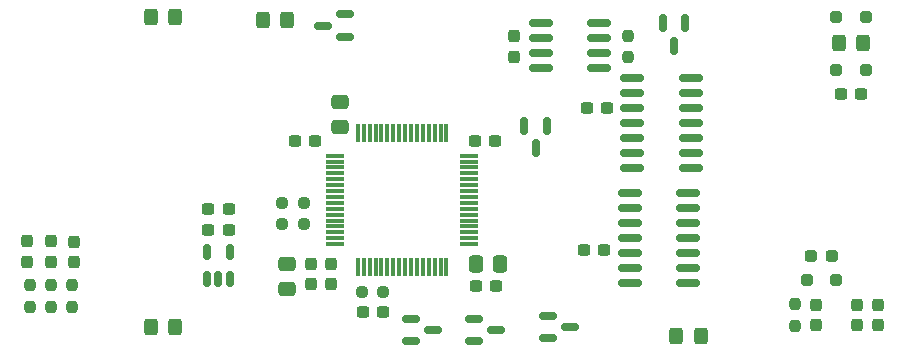
<source format=gbr>
%TF.GenerationSoftware,KiCad,Pcbnew,7.0.1*%
%TF.CreationDate,2024-05-04T11:14:45+02:00*%
%TF.ProjectId,VMU,564d552e-6b69-4636-9164-5f7063625858,rev?*%
%TF.SameCoordinates,Original*%
%TF.FileFunction,Paste,Top*%
%TF.FilePolarity,Positive*%
%FSLAX46Y46*%
G04 Gerber Fmt 4.6, Leading zero omitted, Abs format (unit mm)*
G04 Created by KiCad (PCBNEW 7.0.1) date 2024-05-04 11:14:45*
%MOMM*%
%LPD*%
G01*
G04 APERTURE LIST*
G04 Aperture macros list*
%AMRoundRect*
0 Rectangle with rounded corners*
0 $1 Rounding radius*
0 $2 $3 $4 $5 $6 $7 $8 $9 X,Y pos of 4 corners*
0 Add a 4 corners polygon primitive as box body*
4,1,4,$2,$3,$4,$5,$6,$7,$8,$9,$2,$3,0*
0 Add four circle primitives for the rounded corners*
1,1,$1+$1,$2,$3*
1,1,$1+$1,$4,$5*
1,1,$1+$1,$6,$7*
1,1,$1+$1,$8,$9*
0 Add four rect primitives between the rounded corners*
20,1,$1+$1,$2,$3,$4,$5,0*
20,1,$1+$1,$4,$5,$6,$7,0*
20,1,$1+$1,$6,$7,$8,$9,0*
20,1,$1+$1,$8,$9,$2,$3,0*%
G04 Aperture macros list end*
%ADD10RoundRect,0.237500X0.237500X-0.287500X0.237500X0.287500X-0.237500X0.287500X-0.237500X-0.287500X0*%
%ADD11RoundRect,0.250000X0.250000X0.250000X-0.250000X0.250000X-0.250000X-0.250000X0.250000X-0.250000X0*%
%ADD12RoundRect,0.237500X-0.237500X0.300000X-0.237500X-0.300000X0.237500X-0.300000X0.237500X0.300000X0*%
%ADD13RoundRect,0.237500X-0.250000X-0.237500X0.250000X-0.237500X0.250000X0.237500X-0.250000X0.237500X0*%
%ADD14RoundRect,0.150000X0.150000X-0.512500X0.150000X0.512500X-0.150000X0.512500X-0.150000X-0.512500X0*%
%ADD15RoundRect,0.237500X-0.300000X-0.237500X0.300000X-0.237500X0.300000X0.237500X-0.300000X0.237500X0*%
%ADD16RoundRect,0.250000X0.325000X0.450000X-0.325000X0.450000X-0.325000X-0.450000X0.325000X-0.450000X0*%
%ADD17RoundRect,0.250000X-0.250000X-0.250000X0.250000X-0.250000X0.250000X0.250000X-0.250000X0.250000X0*%
%ADD18RoundRect,0.250000X0.475000X-0.337500X0.475000X0.337500X-0.475000X0.337500X-0.475000X-0.337500X0*%
%ADD19RoundRect,0.150000X-0.150000X0.587500X-0.150000X-0.587500X0.150000X-0.587500X0.150000X0.587500X0*%
%ADD20RoundRect,0.150000X0.587500X0.150000X-0.587500X0.150000X-0.587500X-0.150000X0.587500X-0.150000X0*%
%ADD21RoundRect,0.150000X-0.825000X-0.150000X0.825000X-0.150000X0.825000X0.150000X-0.825000X0.150000X0*%
%ADD22RoundRect,0.237500X0.300000X0.237500X-0.300000X0.237500X-0.300000X-0.237500X0.300000X-0.237500X0*%
%ADD23RoundRect,0.237500X0.237500X-0.250000X0.237500X0.250000X-0.237500X0.250000X-0.237500X-0.250000X0*%
%ADD24RoundRect,0.250000X-0.475000X0.337500X-0.475000X-0.337500X0.475000X-0.337500X0.475000X0.337500X0*%
%ADD25RoundRect,0.075000X0.075000X-0.700000X0.075000X0.700000X-0.075000X0.700000X-0.075000X-0.700000X0*%
%ADD26RoundRect,0.075000X0.700000X-0.075000X0.700000X0.075000X-0.700000X0.075000X-0.700000X-0.075000X0*%
%ADD27RoundRect,0.150000X-0.587500X-0.150000X0.587500X-0.150000X0.587500X0.150000X-0.587500X0.150000X0*%
%ADD28RoundRect,0.250000X-0.325000X-0.450000X0.325000X-0.450000X0.325000X0.450000X-0.325000X0.450000X0*%
%ADD29RoundRect,0.250000X-0.337500X-0.475000X0.337500X-0.475000X0.337500X0.475000X-0.337500X0.475000X0*%
%ADD30RoundRect,0.237500X-0.237500X0.250000X-0.237500X-0.250000X0.237500X-0.250000X0.237500X0.250000X0*%
%ADD31RoundRect,0.237500X0.287500X0.237500X-0.287500X0.237500X-0.287500X-0.237500X0.287500X-0.237500X0*%
G04 APERTURE END LIST*
D10*
%TO.C,D5*%
X97250000Y-107790000D03*
X97250000Y-109540000D03*
%TD*%
D11*
%TO.C,D2*%
X164250000Y-93250000D03*
X161750000Y-93250000D03*
%TD*%
D12*
%TO.C,C5*%
X165250000Y-113137500D03*
X165250000Y-114862500D03*
%TD*%
D13*
%TO.C,R3*%
X121587500Y-112012000D03*
X123412500Y-112012000D03*
%TD*%
D14*
%TO.C,U3*%
X108500000Y-110912500D03*
X109450000Y-110912500D03*
X110400000Y-110912500D03*
X110400000Y-108637500D03*
X108500000Y-108637500D03*
%TD*%
D15*
%TO.C,C13*%
X131137500Y-99250000D03*
X132862500Y-99250000D03*
%TD*%
D16*
%TO.C,F1*%
X164025000Y-91000000D03*
X161975000Y-91000000D03*
%TD*%
D17*
%TO.C,D3*%
X159250000Y-111000000D03*
X161750000Y-111000000D03*
%TD*%
D18*
%TO.C,C16*%
X119750000Y-98037500D03*
X119750000Y-95962500D03*
%TD*%
D19*
%TO.C,Q1*%
X137250000Y-98000000D03*
X135350000Y-98000000D03*
X136300000Y-99875000D03*
%TD*%
D15*
%TO.C,C7*%
X108587500Y-106775000D03*
X110312500Y-106775000D03*
%TD*%
D20*
%TO.C,Q4*%
X120187500Y-90450000D03*
X120187500Y-88550000D03*
X118312500Y-89500000D03*
%TD*%
D13*
%TO.C,R7*%
X114837500Y-106262000D03*
X116662500Y-106262000D03*
%TD*%
D12*
%TO.C,C8*%
X134464000Y-90387500D03*
X134464000Y-92112500D03*
%TD*%
D21*
%TO.C,U1*%
X149450000Y-93940000D03*
X149450000Y-95210000D03*
X149450000Y-96480000D03*
X149450000Y-97750000D03*
X149450000Y-99020000D03*
X149450000Y-100290000D03*
X149450000Y-101560000D03*
X144500000Y-101560000D03*
X144500000Y-100290000D03*
X144500000Y-99020000D03*
X144500000Y-97750000D03*
X144500000Y-96480000D03*
X144500000Y-95210000D03*
X144500000Y-93940000D03*
%TD*%
D22*
%TO.C,C2*%
X142362500Y-96500000D03*
X140637500Y-96500000D03*
%TD*%
D10*
%TO.C,D6*%
X93250000Y-109500000D03*
X93250000Y-107750000D03*
%TD*%
D22*
%TO.C,C12*%
X117612500Y-99250000D03*
X115887500Y-99250000D03*
%TD*%
D12*
%TO.C,C10*%
X117250000Y-109637500D03*
X117250000Y-111362500D03*
%TD*%
D19*
%TO.C,Q3*%
X148950000Y-89312500D03*
X147050000Y-89312500D03*
X148000000Y-91187500D03*
%TD*%
D23*
%TO.C,R4*%
X97050000Y-113287500D03*
X97050000Y-111462500D03*
%TD*%
D24*
%TO.C,C15*%
X115250000Y-109712500D03*
X115250000Y-111787500D03*
%TD*%
D21*
%TO.C,U2*%
X149225000Y-103690000D03*
X149225000Y-104960000D03*
X149225000Y-106230000D03*
X149225000Y-107500000D03*
X149225000Y-108770000D03*
X149225000Y-110040000D03*
X149225000Y-111310000D03*
X144275000Y-111310000D03*
X144275000Y-110040000D03*
X144275000Y-108770000D03*
X144275000Y-107500000D03*
X144275000Y-106230000D03*
X144275000Y-104960000D03*
X144275000Y-103690000D03*
%TD*%
D15*
%TO.C,C14*%
X131250000Y-111500000D03*
X132975000Y-111500000D03*
%TD*%
D25*
%TO.C,U5*%
X121250000Y-109925000D03*
X121750000Y-109925000D03*
X122250000Y-109925000D03*
X122750000Y-109925000D03*
X123250000Y-109925000D03*
X123750000Y-109925000D03*
X124250000Y-109925000D03*
X124750000Y-109925000D03*
X125250000Y-109925000D03*
X125750000Y-109925000D03*
X126250000Y-109925000D03*
X126750000Y-109925000D03*
X127250000Y-109925000D03*
X127750000Y-109925000D03*
X128250000Y-109925000D03*
X128750000Y-109925000D03*
D26*
X130675000Y-108000000D03*
X130675000Y-107500000D03*
X130675000Y-107000000D03*
X130675000Y-106500000D03*
X130675000Y-106000000D03*
X130675000Y-105500000D03*
X130675000Y-105000000D03*
X130675000Y-104500000D03*
X130675000Y-104000000D03*
X130675000Y-103500000D03*
X130675000Y-103000000D03*
X130675000Y-102500000D03*
X130675000Y-102000000D03*
X130675000Y-101500000D03*
X130675000Y-101000000D03*
X130675000Y-100500000D03*
D25*
X128750000Y-98575000D03*
X128250000Y-98575000D03*
X127750000Y-98575000D03*
X127250000Y-98575000D03*
X126750000Y-98575000D03*
X126250000Y-98575000D03*
X125750000Y-98575000D03*
X125250000Y-98575000D03*
X124750000Y-98575000D03*
X124250000Y-98575000D03*
X123750000Y-98575000D03*
X123250000Y-98575000D03*
X122750000Y-98575000D03*
X122250000Y-98575000D03*
X121750000Y-98575000D03*
X121250000Y-98575000D03*
D26*
X119325000Y-100500000D03*
X119325000Y-101000000D03*
X119325000Y-101500000D03*
X119325000Y-102000000D03*
X119325000Y-102500000D03*
X119325000Y-103000000D03*
X119325000Y-103500000D03*
X119325000Y-104000000D03*
X119325000Y-104500000D03*
X119325000Y-105000000D03*
X119325000Y-105500000D03*
X119325000Y-106000000D03*
X119325000Y-106500000D03*
X119325000Y-107000000D03*
X119325000Y-107500000D03*
X119325000Y-108000000D03*
%TD*%
D22*
%TO.C,C3*%
X163862500Y-95250000D03*
X162137500Y-95250000D03*
%TD*%
D10*
%TO.C,D7*%
X95250000Y-109500000D03*
X95250000Y-107750000D03*
%TD*%
D22*
%TO.C,C9*%
X123382000Y-113712000D03*
X121657000Y-113712000D03*
%TD*%
D21*
%TO.C,U4*%
X136750000Y-89230000D03*
X136750000Y-90500000D03*
X136750000Y-91770000D03*
X136750000Y-93040000D03*
X141700000Y-93040000D03*
X141700000Y-91770000D03*
X141700000Y-90500000D03*
X141700000Y-89230000D03*
%TD*%
D27*
%TO.C,Q2*%
X125750000Y-114300000D03*
X125750000Y-116200000D03*
X127625000Y-115250000D03*
%TD*%
D12*
%TO.C,C11*%
X119000000Y-109637500D03*
X119000000Y-111362500D03*
%TD*%
D10*
%TO.C,D4*%
X160000000Y-113125000D03*
X160000000Y-114875000D03*
%TD*%
D15*
%TO.C,C6*%
X108587500Y-105025000D03*
X110312500Y-105025000D03*
%TD*%
D23*
%TO.C,R6*%
X95250000Y-113287500D03*
X95250000Y-111462500D03*
%TD*%
D12*
%TO.C,C4*%
X163500000Y-113137500D03*
X163500000Y-114862500D03*
%TD*%
D16*
%TO.C,F5*%
X115275000Y-89000000D03*
X113225000Y-89000000D03*
%TD*%
D27*
%TO.C,Q6*%
X137375000Y-114050000D03*
X137375000Y-115950000D03*
X139250000Y-115000000D03*
%TD*%
D28*
%TO.C,F2*%
X148225000Y-115750000D03*
X150275000Y-115750000D03*
%TD*%
D17*
%TO.C,D1*%
X161750000Y-88750000D03*
X164250000Y-88750000D03*
%TD*%
D29*
%TO.C,C17*%
X131227000Y-109688500D03*
X133302000Y-109688500D03*
%TD*%
D28*
%TO.C,F4*%
X103700000Y-88750000D03*
X105750000Y-88750000D03*
%TD*%
D27*
%TO.C,Q7*%
X131062500Y-114300000D03*
X131062500Y-116200000D03*
X132937500Y-115250000D03*
%TD*%
D30*
%TO.C,R2*%
X144116000Y-90349500D03*
X144116000Y-92174500D03*
%TD*%
D16*
%TO.C,F3*%
X105775000Y-115000000D03*
X103725000Y-115000000D03*
%TD*%
D31*
%TO.C,FB1*%
X161375000Y-109000000D03*
X159625000Y-109000000D03*
%TD*%
D22*
%TO.C,C1*%
X142112500Y-108500000D03*
X140387500Y-108500000D03*
%TD*%
D23*
%TO.C,R1*%
X158250000Y-114912500D03*
X158250000Y-113087500D03*
%TD*%
D13*
%TO.C,R8*%
X114837500Y-104512000D03*
X116662500Y-104512000D03*
%TD*%
D23*
%TO.C,R5*%
X93500000Y-113287500D03*
X93500000Y-111462500D03*
%TD*%
M02*

</source>
